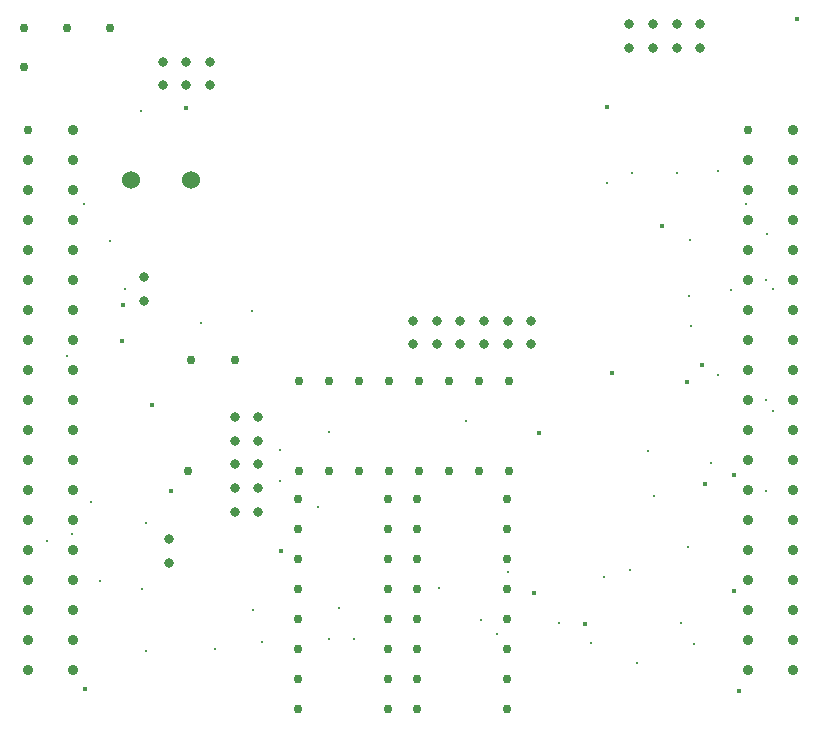
<source format=gbr>
G04 PROTEUS GERBER X2 FILE*
%TF.GenerationSoftware,Labcenter,Proteus,8.12-SP0-Build30713*%
%TF.CreationDate,2021-08-02T22:04:32+00:00*%
%TF.FileFunction,Plated,1,2,PTH*%
%TF.FilePolarity,Positive*%
%TF.Part,Single*%
%TF.SameCoordinates,{7b106f40-0859-4ec3-be3a-1bfa3638fa75}*%
%FSLAX45Y45*%
%MOMM*%
G01*
%TA.AperFunction,ViaDrill*%
%ADD76C,0.254000*%
%ADD77C,0.381000*%
%TA.AperFunction,ComponentDrill*%
%ADD78C,0.762000*%
%ADD79C,0.889000*%
%TA.AperFunction,ComponentDrill*%
%ADD80C,0.812800*%
%TA.AperFunction,ComponentDrill*%
%ADD81C,1.524000*%
%TD.AperFunction*%
D76*
X+3975000Y+2410000D03*
X+2248473Y+538991D03*
X+5030000Y+535000D03*
X+640000Y+1454682D03*
X+6045000Y+2060000D03*
X+5873646Y+3218160D03*
X+5863063Y+3466868D03*
X+6568019Y+3528460D03*
X+6568019Y+2497373D03*
X+6343584Y+4253300D03*
X+6519308Y+3998418D03*
X+6515000Y+3605000D03*
X+6514740Y+2589969D03*
X+6511320Y+1823177D03*
D77*
X+5967810Y+2889306D03*
D76*
X+1261942Y+1551886D03*
X+5760000Y+4515000D03*
X+5375000Y+4515000D03*
X+6105000Y+2800000D03*
X+1220000Y+5040000D03*
X+797004Y+1724754D03*
X+425000Y+1393278D03*
X+2893587Y+828904D03*
D77*
X+2406671Y+1313311D03*
D76*
X+4097083Y+730914D03*
X+3019851Y+568384D03*
X+2808185Y+566686D03*
X+2721250Y+1679634D03*
X+2400000Y+1900000D03*
D77*
X+6775000Y+5815000D03*
D76*
X+5870081Y+3946698D03*
X+6213656Y+3520168D03*
D77*
X+5839545Y+2738637D03*
X+4594367Y+2308458D03*
D76*
X+5562705Y+1772965D03*
X+5515000Y+2155000D03*
X+5852655Y+1342166D03*
X+3743848Y+995800D03*
X+4233969Y+605861D03*
X+5900000Y+525000D03*
X+5792917Y+700000D03*
X+5362947Y+1150658D03*
X+4326529Y+1136449D03*
X+5137455Y+1088483D03*
X+4756869Y+699624D03*
D77*
X+6280000Y+125000D03*
X+750087Y+142651D03*
D76*
X+875000Y+1056168D03*
X+1227746Y+989777D03*
X+2170612Y+808466D03*
D77*
X+1475494Y+1818235D03*
X+1315000Y+2550000D03*
D76*
X+736976Y+4245973D03*
X+956482Y+3932392D03*
X+1088666Y+3533666D03*
X+1850264Y+483591D03*
X+1260000Y+465000D03*
D77*
X+5993993Y+1877360D03*
X+6244015Y+1952651D03*
X+5170000Y+5070000D03*
D76*
X+6103527Y+4531143D03*
X+5423540Y+361688D03*
D77*
X+5210530Y+2814148D03*
X+6240000Y+970000D03*
X+4979473Y+693780D03*
D76*
X+5165305Y+4431240D03*
X+2163488Y+3339232D03*
X+595000Y+2960000D03*
X+2394949Y+2162980D03*
X+1725000Y+3245000D03*
X+2810000Y+2320000D03*
D77*
X+1605114Y+5058055D03*
X+1063678Y+3090396D03*
X+1067828Y+3393660D03*
X+4547116Y+952889D03*
X+5633621Y+4060070D03*
D78*
X+6356000Y+4880000D03*
D79*
X+6737000Y+4880000D03*
X+6356000Y+4626000D03*
X+6737000Y+4626000D03*
X+6356000Y+4372000D03*
X+6737000Y+4372000D03*
X+6356000Y+4118000D03*
X+6737000Y+4118000D03*
X+6356000Y+3864000D03*
X+6737000Y+3864000D03*
X+6356000Y+3610000D03*
X+6737000Y+3610000D03*
X+6356000Y+3356000D03*
X+6737000Y+3356000D03*
X+6356000Y+3102000D03*
X+6737000Y+3102000D03*
X+6356000Y+2848000D03*
X+6737000Y+2848000D03*
X+6356000Y+2594000D03*
X+6737000Y+2594000D03*
X+6356000Y+2340000D03*
X+6737000Y+2340000D03*
X+6356000Y+2086000D03*
X+6737000Y+2086000D03*
X+6356000Y+1832000D03*
X+6737000Y+1832000D03*
X+6356000Y+1578000D03*
X+6737000Y+1578000D03*
X+6356000Y+1324000D03*
X+6737000Y+1324000D03*
X+6356000Y+1070000D03*
X+6737000Y+1070000D03*
X+6356000Y+816000D03*
X+6737000Y+816000D03*
X+6356000Y+562000D03*
X+6737000Y+562000D03*
X+6356000Y+308000D03*
X+6737000Y+308000D03*
D78*
X+2547768Y+1750944D03*
X+2547768Y+1496944D03*
X+2547768Y+1242944D03*
X+2547768Y+988944D03*
X+2547768Y+734944D03*
X+2547768Y+480944D03*
X+2547768Y+226944D03*
X+2547768Y-27056D03*
X+3309768Y-27056D03*
X+3309768Y+226944D03*
X+3309768Y+480944D03*
X+3309768Y+734944D03*
X+3309768Y+988944D03*
X+3309768Y+1242944D03*
X+3309768Y+1496944D03*
X+3309768Y+1750944D03*
X+3559768Y+1750944D03*
X+3559768Y+1496944D03*
X+3559768Y+1242944D03*
X+3559768Y+988944D03*
X+3559768Y+734944D03*
X+3559768Y+480944D03*
X+3559768Y+226944D03*
X+3559768Y-27056D03*
X+4321768Y-27056D03*
X+4321768Y+226944D03*
X+4321768Y+480944D03*
X+4321768Y+734944D03*
X+4321768Y+988944D03*
X+4321768Y+1242944D03*
X+4321768Y+1496944D03*
X+4321768Y+1750944D03*
D80*
X+1405000Y+5255000D03*
X+1405000Y+5455000D03*
X+1605000Y+5255000D03*
X+1605000Y+5455000D03*
X+1805000Y+5255000D03*
X+1805000Y+5455000D03*
D78*
X+2555768Y+1984944D03*
X+2809768Y+1984944D03*
X+3063768Y+1984944D03*
X+3317768Y+1984944D03*
X+3571768Y+1984944D03*
X+3825768Y+1984944D03*
X+4079768Y+1984944D03*
X+4333768Y+1984944D03*
X+4333768Y+2746944D03*
X+4079768Y+2746944D03*
X+3825768Y+2746944D03*
X+3571768Y+2746944D03*
X+3317768Y+2746944D03*
X+3063768Y+2746944D03*
X+2809768Y+2746944D03*
X+2555768Y+2746944D03*
D81*
X+1139620Y+4455000D03*
X+1640000Y+4455000D03*
D80*
X+1249056Y+3629056D03*
X+1249056Y+3429056D03*
D78*
X+260000Y+4876000D03*
D79*
X+641000Y+4876000D03*
X+260000Y+4622000D03*
X+641000Y+4622000D03*
X+260000Y+4368000D03*
X+641000Y+4368000D03*
X+260000Y+4114000D03*
X+641000Y+4114000D03*
X+260000Y+3860000D03*
X+641000Y+3860000D03*
X+260000Y+3606000D03*
X+641000Y+3606000D03*
X+260000Y+3352000D03*
X+641000Y+3352000D03*
X+260000Y+3098000D03*
X+641000Y+3098000D03*
X+260000Y+2844000D03*
X+641000Y+2844000D03*
X+260000Y+2590000D03*
X+641000Y+2590000D03*
X+260000Y+2336000D03*
X+641000Y+2336000D03*
X+260000Y+2082000D03*
X+641000Y+2082000D03*
X+260000Y+1828000D03*
X+641000Y+1828000D03*
X+260000Y+1574000D03*
X+641000Y+1574000D03*
X+260000Y+1320000D03*
X+641000Y+1320000D03*
X+260000Y+1066000D03*
X+641000Y+1066000D03*
X+260000Y+812000D03*
X+641000Y+812000D03*
X+260000Y+558000D03*
X+641000Y+558000D03*
X+260000Y+304000D03*
X+641000Y+304000D03*
D80*
X+1455000Y+1210000D03*
X+1455000Y+1410000D03*
D78*
X+1615000Y+1990000D03*
X+230000Y+5405000D03*
D80*
X+5355000Y+5570000D03*
X+5355000Y+5770000D03*
X+5555000Y+5570000D03*
X+5555000Y+5770000D03*
X+5755000Y+5570000D03*
X+5755000Y+5770000D03*
X+5955000Y+5570000D03*
X+5955000Y+5770000D03*
X+2015000Y+2445000D03*
X+2215000Y+2445000D03*
X+2015000Y+2245000D03*
X+2215000Y+2245000D03*
X+2015000Y+2045000D03*
X+2215000Y+2045000D03*
X+2015000Y+1845000D03*
X+2215000Y+1845000D03*
X+2015000Y+1645000D03*
X+2215000Y+1645000D03*
D78*
X+230000Y+5740000D03*
X+595000Y+5740000D03*
X+960000Y+5740000D03*
D80*
X+3525000Y+3060000D03*
X+3525000Y+3260000D03*
X+3725000Y+3060000D03*
X+3725000Y+3260000D03*
X+3925000Y+3060000D03*
X+3925000Y+3260000D03*
X+4125000Y+3060000D03*
X+4125000Y+3260000D03*
X+4325000Y+3060000D03*
X+4325000Y+3260000D03*
X+4525000Y+3060000D03*
X+4525000Y+3260000D03*
D78*
X+1645000Y+2925000D03*
X+2020000Y+2925000D03*
M02*

</source>
